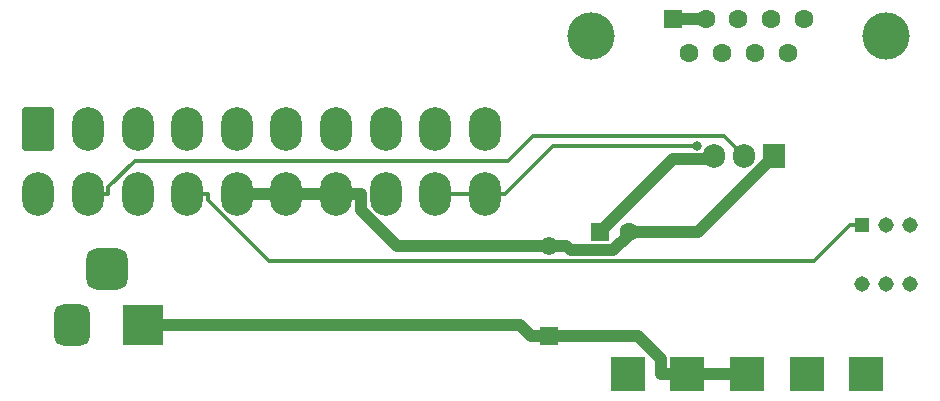
<source format=gbr>
%TF.GenerationSoftware,KiCad,Pcbnew,8.0.7*%
%TF.CreationDate,2025-01-08T21:36:27+01:00*%
%TF.ProjectId,adampsu,6164616d-7073-4752-9e6b-696361645f70,rev?*%
%TF.SameCoordinates,Original*%
%TF.FileFunction,Copper,L1,Top*%
%TF.FilePolarity,Positive*%
%FSLAX46Y46*%
G04 Gerber Fmt 4.6, Leading zero omitted, Abs format (unit mm)*
G04 Created by KiCad (PCBNEW 8.0.7) date 2025-01-08 21:36:27*
%MOMM*%
%LPD*%
G01*
G04 APERTURE LIST*
G04 Aperture macros list*
%AMRoundRect*
0 Rectangle with rounded corners*
0 $1 Rounding radius*
0 $2 $3 $4 $5 $6 $7 $8 $9 X,Y pos of 4 corners*
0 Add a 4 corners polygon primitive as box body*
4,1,4,$2,$3,$4,$5,$6,$7,$8,$9,$2,$3,0*
0 Add four circle primitives for the rounded corners*
1,1,$1+$1,$2,$3*
1,1,$1+$1,$4,$5*
1,1,$1+$1,$6,$7*
1,1,$1+$1,$8,$9*
0 Add four rect primitives between the rounded corners*
20,1,$1+$1,$2,$3,$4,$5,0*
20,1,$1+$1,$4,$5,$6,$7,0*
20,1,$1+$1,$6,$7,$8,$9,0*
20,1,$1+$1,$8,$9,$2,$3,0*%
G04 Aperture macros list end*
%TA.AperFunction,ComponentPad*%
%ADD10C,4.000000*%
%TD*%
%TA.AperFunction,ComponentPad*%
%ADD11R,1.600000X1.600000*%
%TD*%
%TA.AperFunction,ComponentPad*%
%ADD12C,1.600000*%
%TD*%
%TA.AperFunction,ComponentPad*%
%ADD13R,3.000000X3.000000*%
%TD*%
%TA.AperFunction,ComponentPad*%
%ADD14R,1.500000X1.500000*%
%TD*%
%TA.AperFunction,ComponentPad*%
%ADD15O,1.500000X1.500000*%
%TD*%
%TA.AperFunction,ComponentPad*%
%ADD16RoundRect,0.250001X-1.099999X-1.599999X1.099999X-1.599999X1.099999X1.599999X-1.099999X1.599999X0*%
%TD*%
%TA.AperFunction,ComponentPad*%
%ADD17O,2.700000X3.700000*%
%TD*%
%TA.AperFunction,ComponentPad*%
%ADD18R,1.308000X1.308000*%
%TD*%
%TA.AperFunction,ComponentPad*%
%ADD19C,1.308000*%
%TD*%
%TA.AperFunction,ComponentPad*%
%ADD20R,1.905000X2.000000*%
%TD*%
%TA.AperFunction,ComponentPad*%
%ADD21O,1.905000X2.000000*%
%TD*%
%TA.AperFunction,ComponentPad*%
%ADD22R,3.500000X3.500000*%
%TD*%
%TA.AperFunction,ComponentPad*%
%ADD23RoundRect,0.750000X-0.750000X-1.000000X0.750000X-1.000000X0.750000X1.000000X-0.750000X1.000000X0*%
%TD*%
%TA.AperFunction,ComponentPad*%
%ADD24RoundRect,0.875000X-0.875000X-0.875000X0.875000X-0.875000X0.875000X0.875000X-0.875000X0.875000X0*%
%TD*%
%TA.AperFunction,ViaPad*%
%ADD25C,0.800000*%
%TD*%
%TA.AperFunction,Conductor*%
%ADD26C,1.000000*%
%TD*%
%TA.AperFunction,Conductor*%
%ADD27C,0.304800*%
%TD*%
G04 APERTURE END LIST*
D10*
%TO.P,J3,0*%
%TO.N,N/C*%
X193830000Y-79320000D03*
X168830000Y-79320000D03*
D11*
%TO.P,J3,1,1*%
%TO.N,+12V*%
X175790000Y-77900000D03*
D12*
%TO.P,J3,2,2*%
X178560000Y-77900000D03*
%TO.P,J3,3,3*%
%TO.N,/+5V*%
X181330000Y-77900000D03*
%TO.P,J3,4,4*%
%TO.N,/-5V*%
X184100000Y-77900000D03*
%TO.P,J3,5,5*%
%TO.N,GND*%
X186870000Y-77900000D03*
%TO.P,J3,6,6*%
%TO.N,unconnected-(J3-Pad6)*%
X177175000Y-80740000D03*
%TO.P,J3,7,7*%
%TO.N,unconnected-(J3-Pad7)*%
X179945000Y-80740000D03*
%TO.P,J3,8,8*%
%TO.N,GND*%
X182715000Y-80740000D03*
%TO.P,J3,9,9*%
%TO.N,unconnected-(J3-Pad9)*%
X185485000Y-80740000D03*
%TD*%
D13*
%TO.P,TP3,1,1*%
%TO.N,/+5V*%
X187105000Y-107920000D03*
%TD*%
%TO.P,TP2,1,1*%
%TO.N,+12V*%
X182055000Y-107920000D03*
%TD*%
%TO.P,TP4,1,1*%
%TO.N,/-5V*%
X171955000Y-107920000D03*
%TD*%
%TO.P,TP5,1,1*%
%TO.N,GND*%
X192155000Y-107920000D03*
%TD*%
%TO.P,TP1,1,1*%
%TO.N,+12V*%
X177005000Y-107920000D03*
%TD*%
D14*
%TO.P,D1,1,K*%
%TO.N,+12V*%
X165255000Y-104710000D03*
D15*
%TO.P,D1,2,A*%
%TO.N,GND*%
X165255000Y-97090000D03*
%TD*%
D16*
%TO.P,J4,1,+3.3V*%
%TO.N,unconnected-(J4-+3.3V-Pad1)_1*%
X122055000Y-87170000D03*
D17*
%TO.P,J4,2,+3.3V*%
%TO.N,unconnected-(J4-+3.3V-Pad1)*%
X126255000Y-87170000D03*
%TO.P,J4,3,GND*%
%TO.N,GND*%
X130455000Y-87170000D03*
%TO.P,J4,4,+5V*%
%TO.N,/+5V*%
X134655000Y-87170000D03*
%TO.P,J4,5,GND*%
%TO.N,GND*%
X138855000Y-87170000D03*
%TO.P,J4,6,+5V*%
%TO.N,/+5V*%
X143055000Y-87170000D03*
%TO.P,J4,7,GND*%
%TO.N,GND*%
X147255000Y-87170000D03*
%TO.P,J4,8,PWR_OK*%
%TO.N,unconnected-(J4-PWR_OK-Pad8)*%
X151455000Y-87170000D03*
%TO.P,J4,9,+5VSB*%
%TO.N,unconnected-(J4-+5VSB-Pad9)*%
X155655000Y-87170000D03*
%TO.P,J4,10,+12V*%
%TO.N,+12V*%
X159855000Y-87170000D03*
%TO.P,J4,11,+3.3V*%
%TO.N,unconnected-(J4-+3.3V-Pad1)_2*%
X122055000Y-92670000D03*
%TO.P,J4,12,-12V*%
%TO.N,-12V*%
X126255000Y-92670000D03*
%TO.P,J4,13,GND*%
%TO.N,GND*%
X130455000Y-92670000D03*
%TO.P,J4,14,PS_ON#*%
%TO.N,PWON*%
X134655000Y-92670000D03*
%TO.P,J4,15,GND*%
%TO.N,GND*%
X138855000Y-92670000D03*
%TO.P,J4,16,GND*%
X143055000Y-92670000D03*
%TO.P,J4,17,GND*%
X147255000Y-92670000D03*
%TO.P,J4,18,-5V/NC*%
%TO.N,unconnected-(J4--5V{slash}NC-Pad18)*%
X151455000Y-92670000D03*
%TO.P,J4,19,+5V*%
%TO.N,/+5V*%
X155655000Y-92670000D03*
%TO.P,J4,20,+5V*%
X159855000Y-92670000D03*
%TD*%
D18*
%TO.P,S1,1*%
%TO.N,PWON*%
X191830000Y-95332500D03*
D19*
%TO.P,S1,2*%
%TO.N,GND*%
X193830000Y-95332500D03*
%TO.P,S1,3*%
%TO.N,unconnected-(S1-Pad3)*%
X195830000Y-95332500D03*
%TO.P,S1,4*%
%TO.N,unconnected-(S1-Pad4)*%
X191830000Y-100332500D03*
%TO.P,S1,5*%
%TO.N,GND*%
X193830000Y-100332500D03*
%TO.P,S1,6*%
%TO.N,unconnected-(S1-Pad6)*%
X195830000Y-100332500D03*
%TD*%
D11*
%TO.P,C1,1*%
%TO.N,/-5V*%
X169572600Y-95945000D03*
D12*
%TO.P,C1,2*%
%TO.N,GND*%
X172072600Y-95945000D03*
%TD*%
D20*
%TO.P,U1,1,GND*%
%TO.N,GND*%
X184330000Y-89495000D03*
D21*
%TO.P,U1,2,VI*%
%TO.N,-12V*%
X181790000Y-89495000D03*
%TO.P,U1,3,VO*%
%TO.N,/-5V*%
X179250000Y-89495000D03*
%TD*%
D22*
%TO.P,J1,1*%
%TO.N,+12V*%
X130880000Y-103752500D03*
D23*
%TO.P,J1,2*%
%TO.N,GND*%
X124880000Y-103752500D03*
D24*
%TO.P,J1,3*%
%TO.N,unconnected-(J1-Pad3)*%
X127880000Y-99052500D03*
%TD*%
D25*
%TO.N,/+5V*%
X177792900Y-88628200D03*
%TD*%
D26*
%TO.N,GND*%
X165995200Y-97090000D02*
X165255000Y-97090000D01*
X177880000Y-95945000D02*
X172072600Y-95945000D01*
X165255000Y-97090000D02*
X152393400Y-97090000D01*
X152393400Y-97090000D02*
X149335300Y-94031900D01*
X172072600Y-96136100D02*
X170727200Y-97481500D01*
X143055000Y-92670000D02*
X138855000Y-92670000D01*
X165995200Y-97090000D02*
X166735300Y-97090000D01*
X147255000Y-92670000D02*
X143055000Y-92670000D01*
X149335300Y-94031900D02*
X149335300Y-92670000D01*
X172072600Y-95945000D02*
X172072600Y-96136100D01*
X184330000Y-89495000D02*
X177880000Y-95945000D01*
X167126800Y-97481500D02*
X166735300Y-97090000D01*
X147255000Y-92670000D02*
X149335300Y-92670000D01*
X170727200Y-97481500D02*
X167126800Y-97481500D01*
%TO.N,+12V*%
X165255000Y-104710000D02*
X172819200Y-104710000D01*
X164514900Y-104710000D02*
X165255000Y-104710000D01*
X172819200Y-104710000D02*
X174774700Y-106665500D01*
X175889900Y-107920000D02*
X177005000Y-107920000D01*
X174774700Y-106665500D02*
X174774700Y-107920000D01*
X177005000Y-107920000D02*
X182055000Y-107920000D01*
X162817200Y-103752500D02*
X163774700Y-104710000D01*
X164514900Y-104710000D02*
X163774700Y-104710000D01*
X178560000Y-77900000D02*
X175790000Y-77900000D01*
X175889900Y-107920000D02*
X174774700Y-107920000D01*
X130880000Y-103752500D02*
X162817200Y-103752500D01*
%TO.N,/-5V*%
X175759100Y-89758500D02*
X178986500Y-89758500D01*
X169572600Y-95945000D02*
X175759100Y-89758500D01*
X178986500Y-89758500D02*
X179250000Y-89495000D01*
D27*
%TO.N,-12V*%
X126255000Y-92670000D02*
X127987700Y-92670000D01*
X161848300Y-89920000D02*
X130204900Y-89920000D01*
X127987700Y-92137200D02*
X127987700Y-92670000D01*
X180109100Y-87814100D02*
X163954200Y-87814100D01*
X181790000Y-89495000D02*
X180109100Y-87814100D01*
X130204900Y-89920000D02*
X127987700Y-92137200D01*
X163954200Y-87814100D02*
X161848300Y-89920000D01*
%TO.N,/+5V*%
X165629500Y-88628200D02*
X177792900Y-88628200D01*
X159855000Y-92670000D02*
X161587700Y-92670000D01*
X159855000Y-92670000D02*
X155655000Y-92670000D01*
X161587700Y-92670000D02*
X165629500Y-88628200D01*
%TO.N,PWON*%
X141563200Y-98387000D02*
X187738800Y-98387000D01*
X187738800Y-98387000D02*
X190793300Y-95332500D01*
X136387700Y-93211500D02*
X141563200Y-98387000D01*
X136387700Y-92670000D02*
X136387700Y-93211500D01*
X134655000Y-92670000D02*
X136387700Y-92670000D01*
X191830000Y-95332500D02*
X190793300Y-95332500D01*
%TD*%
M02*

</source>
